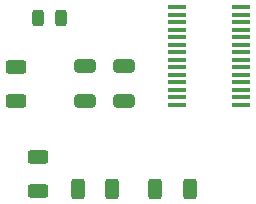
<source format=gbr>
%TF.GenerationSoftware,KiCad,Pcbnew,7.0.9*%
%TF.CreationDate,2023-12-10T22:34:59+01:00*%
%TF.ProjectId,LTC2439-Evaluation-board,4c544332-3433-4392-9d45-76616c756174,rev?*%
%TF.SameCoordinates,Original*%
%TF.FileFunction,Paste,Top*%
%TF.FilePolarity,Positive*%
%FSLAX46Y46*%
G04 Gerber Fmt 4.6, Leading zero omitted, Abs format (unit mm)*
G04 Created by KiCad (PCBNEW 7.0.9) date 2023-12-10 22:34:59*
%MOMM*%
%LPD*%
G01*
G04 APERTURE LIST*
G04 Aperture macros list*
%AMRoundRect*
0 Rectangle with rounded corners*
0 $1 Rounding radius*
0 $2 $3 $4 $5 $6 $7 $8 $9 X,Y pos of 4 corners*
0 Add a 4 corners polygon primitive as box body*
4,1,4,$2,$3,$4,$5,$6,$7,$8,$9,$2,$3,0*
0 Add four circle primitives for the rounded corners*
1,1,$1+$1,$2,$3*
1,1,$1+$1,$4,$5*
1,1,$1+$1,$6,$7*
1,1,$1+$1,$8,$9*
0 Add four rect primitives between the rounded corners*
20,1,$1+$1,$2,$3,$4,$5,0*
20,1,$1+$1,$4,$5,$6,$7,0*
20,1,$1+$1,$6,$7,$8,$9,0*
20,1,$1+$1,$8,$9,$2,$3,0*%
G04 Aperture macros list end*
%ADD10RoundRect,0.250000X-0.650000X0.325000X-0.650000X-0.325000X0.650000X-0.325000X0.650000X0.325000X0*%
%ADD11RoundRect,0.250000X-0.312500X-0.625000X0.312500X-0.625000X0.312500X0.625000X-0.312500X0.625000X0*%
%ADD12RoundRect,0.250000X-0.625000X0.312500X-0.625000X-0.312500X0.625000X-0.312500X0.625000X0.312500X0*%
%ADD13R,1.526000X0.435000*%
%ADD14RoundRect,0.243750X-0.243750X-0.456250X0.243750X-0.456250X0.243750X0.456250X-0.243750X0.456250X0*%
G04 APERTURE END LIST*
D10*
%TO.C,C1*%
X123952000Y-85647000D03*
X123952000Y-88597000D03*
%TD*%
D11*
%TO.C,R2*%
X123313000Y-96012000D03*
X126238000Y-96012000D03*
%TD*%
D12*
%TO.C,R1*%
X119949500Y-93279500D03*
X119949500Y-96204500D03*
%TD*%
D10*
%TO.C,C2*%
X127254000Y-85647000D03*
X127254000Y-88597000D03*
%TD*%
D13*
%TO.C,LTC2439*%
X131736000Y-80644000D03*
X131736000Y-81280000D03*
X131736000Y-81914000D03*
X131736000Y-82550000D03*
X131736000Y-83184000D03*
X131736000Y-83820000D03*
X131736000Y-84454000D03*
X131736000Y-85090000D03*
X131736000Y-85724000D03*
X131736000Y-86360000D03*
X131736000Y-86994000D03*
X131736000Y-87630000D03*
X131736000Y-88264000D03*
X131736000Y-88900000D03*
X137160000Y-88900000D03*
X137160000Y-88264000D03*
X137160000Y-87630000D03*
X137160000Y-86994000D03*
X137160000Y-86360000D03*
X137160000Y-85724000D03*
X137160000Y-85090000D03*
X137160000Y-84454000D03*
X137160000Y-83820000D03*
X137160000Y-83184000D03*
X137160000Y-82550000D03*
X137160000Y-81914000D03*
X137160000Y-81280000D03*
X137160000Y-80644000D03*
%TD*%
D14*
%TO.C,D1*%
X119966500Y-81534000D03*
X121841500Y-81534000D03*
%TD*%
D11*
%TO.C,R3*%
X129855500Y-96012000D03*
X132780500Y-96012000D03*
%TD*%
D12*
%TO.C,R4*%
X118110000Y-85659500D03*
X118110000Y-88584500D03*
%TD*%
M02*

</source>
